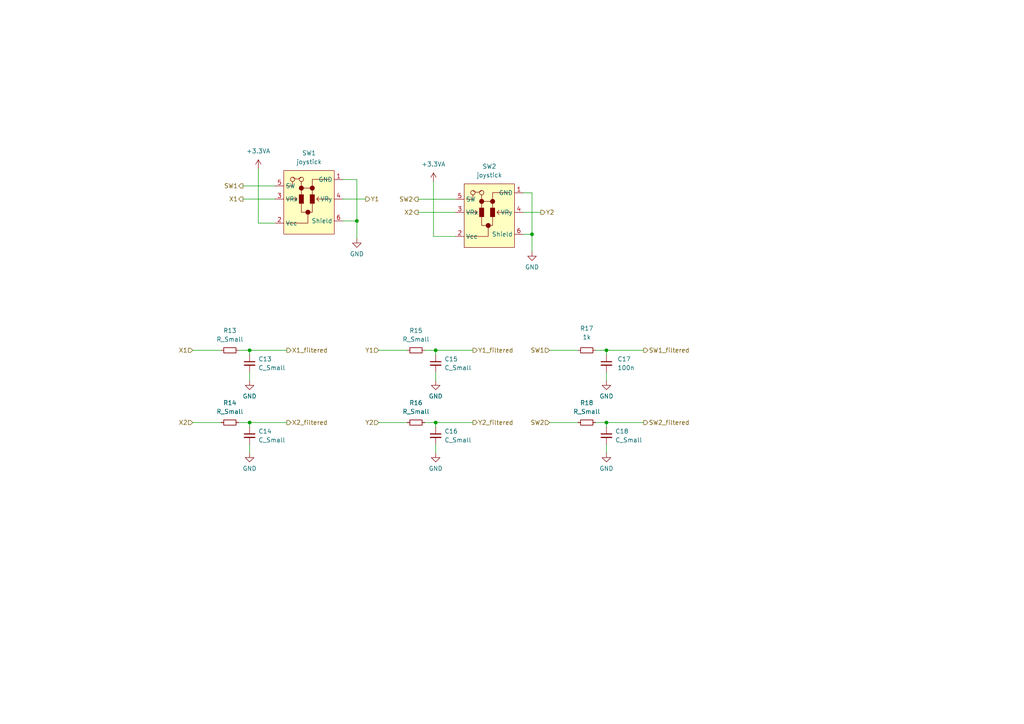
<source format=kicad_sch>
(kicad_sch (version 20211123) (generator eeschema)
  (paper "A4")
  (lib_symbols
    (symbol "Device:C_Small" (pin_numbers hide) (pin_names (offset 0.254) hide)
      (property "Reference" "C" (at 0.254 1.778 0))
      (property "Value" "C_Small" (at 0.254 -2.032 0))
      (symbol "C_Small_0_1"
        (polyline (pts (xy -1.524 -0.508) (xy 1.524 -0.508)) (stroke (width 0.3302)))
        (polyline (pts (xy -1.524 0.508) (xy 1.524 0.508)) (stroke (width 0.3048)))
      )
      (symbol "C_Small_1_1"
        (pin passive line (at 0 2.54 270) (length 2.032) (name "~") (number "1"))
        (pin passive line (at 0 -2.54 90) (length 2.032) (name "~") (number "2"))
      )
    )
    (symbol "Device:R_Small" (pin_numbers hide) (pin_names (offset 0.254) hide)
      (property "Reference" "R" (at 0.762 0.508 0))
      (property "Value" "R_Small" (at 0.762 -1.016 0))
      (symbol "R_Small_0_1"
        (rectangle (start -0.762 1.778) (end 0.762 -1.778) (stroke (width 0.2032)))
      )
      (symbol "R_Small_1_1"
        (pin passive line (at 0 2.54 270) (length 0.762) (name "~") (number "1"))
        (pin passive line (at 0 -2.54 90) (length 0.762) (name "~") (number "2"))
      )
    )
    (symbol "IVE:joystick"
      (property "Reference" "SW" (at 1.27 5.08 0))
      (property "Value" "joystick" (at 3.81 2.54 0))
      (symbol "joystick_0_1"
        (polyline (pts (xy 3.81 -8.255) (xy 3.175 -8.89)))
        (polyline (pts (xy 5.08 -5.08) (xy 8.255 -5.08)))
        (polyline (pts (xy 5.08 -3.175) (xy 5.08 -6.985)))
        (polyline (pts (xy 9.525 -8.255) (xy 13.335 -8.255)))
        (polyline (pts (xy 0.635 -15.24) (xy 6.985 -15.24) (xy 6.985 -12.065)))
        (polyline (pts (xy 0.635 -8.255) (xy 3.81 -8.255) (xy 3.175 -7.62)))
        (polyline (pts (xy 2.54 -3.175) (xy 2.54 -4.445) (xy 0.635 -4.445)))
        (polyline (pts (xy 8.255 -6.985) (xy 8.255 -2.54) (xy 13.335 -2.54)))
        (polyline (pts (xy 10.16 -7.62) (xy 9.525 -8.255) (xy 10.16 -8.89)))
        (polyline (pts (xy 8.255 -9.525) (xy 8.255 -12.065) (xy 5.08 -12.065) (xy 5.08 -9.525)))
        (rectangle (start 0 0) (end 14.605 -18.415) (fill (type background)))
        (circle (center 2.54 -2.54) (radius 0.635))
        (arc (start 2.54 -1.905) (mid 3.81 -4.9748) (end 5.08 -1.905))
        (rectangle (start 4.445 -6.985) (end 5.715 -9.525) (fill (type outline)))
        (circle (center 5.08 -5.08) (radius 0.635) (fill (type outline)))
        (circle (center 5.08 -2.54) (radius 0.635))
        (circle (center 6.985 -12.065) (radius 0.635) (fill (type outline)))
        (rectangle (start 7.62 -6.985) (end 8.89 -9.525) (fill (type outline)))
        (circle (center 8.255 -5.08) (radius 0.635) (fill (type outline)))
      )
      (symbol "joystick_1_1"
        (pin input line (at 17.1704 -2.5908 180) (length 2.54) (name "GND") (number "1"))
        (pin input line (at -2.54 -15.24 0) (length 2.54) (name "Vcc") (number "2"))
        (pin output line (at -2.54 -8.255 0) (length 2.54) (name "VRx") (number "3"))
        (pin output line (at 17.145 -8.255 180) (length 2.54) (name "VRy") (number "4"))
        (pin output line (at -2.54 -4.445 0) (length 2.54) (name "SW") (number "5"))
        (pin passive line (at 17.145 -14.605 180) (length 2.54) (name "Shield") (number "6"))
      )
    )
    (symbol "power:+3.3VA" (power) (pin_names (offset 0))
      (property "Value" "+3.3VA" (at 0 3.556 0))
      (symbol "+3.3VA_0_1"
        (polyline (pts (xy -0.762 1.27) (xy 0 2.54)))
        (polyline (pts (xy 0 0) (xy 0 2.54)))
        (polyline (pts (xy 0 2.54) (xy 0.762 1.27)))
      )
      (symbol "+3.3VA_1_1"
        (pin power_in line (at 0 0 90) (length 0) hide (name "+3.3VA") (number "1"))
      )
    )
    (symbol "power:GND" (power) (pin_names (offset 0))
      (property "Value" "GND" (at 0 -3.81 0))
      (symbol "GND_0_1"
        (polyline (pts (xy 0 0) (xy 0 -1.27) (xy 1.27 -1.27) (xy 0 -2.54) (xy -1.27 -1.27) (xy 0 -1.27)))
      )
      (symbol "GND_1_1"
        (pin power_in line (at 0 0 270) (length 0) hide (name "GND") (number "1"))
      )
    )
  )
  (junction (at 154.305 67.945))
  (junction (at 126.365 101.6))
  (junction (at 72.39 101.6))
  (junction (at 126.365 122.555))
  (junction (at 103.505 64.0842))
  (junction (at 175.895 122.555))
  (junction (at 72.39 122.555))
  (junction (at 175.895 101.6))
  (wire (pts (xy 72.39 128.905) (xy 72.39 131.445)))
  (wire (pts (xy 72.39 101.6) (xy 83.185 101.6)))
  (wire (pts (xy 159.385 101.6) (xy 167.64 101.6)))
  (wire (pts (xy 55.88 122.555) (xy 64.135 122.555)))
  (wire (pts (xy 126.365 122.555) (xy 126.365 123.825)))
  (wire (pts (xy 70.485 57.7342) (xy 79.7814 57.7342)))
  (wire (pts (xy 151.765 61.595) (xy 156.845 61.595)))
  (wire (pts (xy 126.365 128.905) (xy 126.365 131.445)))
  (wire (pts (xy 121.285 61.595) (xy 132.08 61.595)))
  (wire (pts (xy 123.19 101.6) (xy 126.365 101.6)))
  (wire (pts (xy 175.895 128.905) (xy 175.895 131.445)))
  (wire (pts (xy 154.305 67.945) (xy 154.305 73.025)))
  (wire (pts (xy 74.93 48.895) (xy 74.93 64.7192)))
  (wire (pts (xy 126.365 101.6) (xy 137.16 101.6)))
  (wire (pts (xy 175.895 122.555) (xy 175.895 123.825)))
  (wire (pts (xy 55.88 101.6) (xy 64.135 101.6)))
  (wire (pts (xy 175.895 122.555) (xy 186.69 122.555)))
  (wire (pts (xy 125.73 52.705) (xy 125.73 68.58)))
  (wire (pts (xy 151.765 67.945) (xy 154.305 67.945)))
  (wire (pts (xy 72.39 107.95) (xy 72.39 110.49)))
  (wire (pts (xy 126.365 101.6) (xy 126.365 102.87)))
  (wire (pts (xy 72.39 101.6) (xy 72.39 102.87)))
  (wire (pts (xy 172.72 122.555) (xy 175.895 122.555)))
  (wire (pts (xy 74.93 64.7192) (xy 79.7814 64.7192)))
  (wire (pts (xy 126.365 122.555) (xy 137.16 122.555)))
  (wire (pts (xy 72.39 122.555) (xy 72.39 123.825)))
  (wire (pts (xy 151.7904 55.9308) (xy 154.305 55.9308)))
  (wire (pts (xy 109.855 101.6) (xy 118.11 101.6)))
  (wire (pts (xy 125.73 68.58) (xy 132.08 68.58)))
  (wire (pts (xy 109.855 122.555) (xy 118.11 122.555)))
  (wire (pts (xy 126.365 107.95) (xy 126.365 110.49)))
  (wire (pts (xy 99.4664 64.0842) (xy 103.505 64.0842)))
  (wire (pts (xy 103.505 52.07) (xy 103.505 64.0842)))
  (wire (pts (xy 70.485 53.9242) (xy 79.7814 53.9242)))
  (wire (pts (xy 175.895 101.6) (xy 175.895 102.87)))
  (wire (pts (xy 172.72 101.6) (xy 175.895 101.6)))
  (wire (pts (xy 175.895 107.95) (xy 175.895 110.49)))
  (wire (pts (xy 175.895 101.6) (xy 186.69 101.6)))
  (wire (pts (xy 69.215 122.555) (xy 72.39 122.555)))
  (wire (pts (xy 121.285 57.785) (xy 132.08 57.785)))
  (wire (pts (xy 99.4664 57.7342) (xy 106.045 57.7342)))
  (wire (pts (xy 99.4918 52.07) (xy 103.505 52.07)))
  (wire (pts (xy 72.39 122.555) (xy 83.185 122.555)))
  (wire (pts (xy 154.305 55.9308) (xy 154.305 67.945)))
  (wire (pts (xy 103.505 64.0842) (xy 103.505 69.215)))
  (wire (pts (xy 123.19 122.555) (xy 126.365 122.555)))
  (wire (pts (xy 69.215 101.6) (xy 72.39 101.6)))
  (wire (pts (xy 159.385 122.555) (xy 167.64 122.555)))
  (hierarchical_label "SW2" (shape output) (at 121.285 57.785 180))
  (hierarchical_label "Y2_filtered" (shape output) (at 137.16 122.555 0))
  (hierarchical_label "X1" (shape input) (at 55.88 101.6 180))
  (hierarchical_label "X2" (shape input) (at 55.88 122.555 180))
  (hierarchical_label "SW1" (shape output) (at 70.485 53.9242 180))
  (hierarchical_label "Y1" (shape input) (at 109.855 101.6 180))
  (hierarchical_label "SW2_filtered" (shape output) (at 186.69 122.555 0))
  (hierarchical_label "X2" (shape output) (at 121.285 61.595 180))
  (hierarchical_label "Y1" (shape output) (at 106.045 57.7342 0))
  (hierarchical_label "Y2" (shape input) (at 109.855 122.555 180))
  (hierarchical_label "X1" (shape output) (at 70.485 57.7342 180))
  (hierarchical_label "SW1_filtered" (shape output) (at 186.69 101.6 0))
  (hierarchical_label "X2_filtered" (shape output) (at 83.185 122.555 0))
  (hierarchical_label "Y1_filtered" (shape output) (at 137.16 101.6 0))
  (hierarchical_label "SW2" (shape input) (at 159.385 122.555 180))
  (hierarchical_label "Y2" (shape output) (at 156.845 61.595 0))
  (hierarchical_label "X1_filtered" (shape output) (at 83.185 101.6 0))
  (hierarchical_label "SW1" (shape input) (at 159.385 101.6 180))
  (symbol (lib_id "Device:R_Small") (at 66.675 101.6 90) (unit 1)
    (property "Reference" "R13" (at 66.675 95.885 90))
    (property "Value" "R_Small" (at 66.675 98.425 90))
    (property "Footprint" "Resistor_SMD:R_0603_1608Metric" (effects hide))
  )
  (symbol (lib_id "Device:R_Small") (at 170.18 122.555 90) (unit 1)
    (property "Reference" "R18" (at 170.18 116.84 90))
    (property "Value" "R_Small" (at 170.18 119.38 90))
    (property "Footprint" "Resistor_SMD:R_0603_1608Metric" (effects hide))
  )
  (symbol (lib_id "Device:R_Small") (at 170.18 101.6 90) (unit 1)
    (property "Reference" "R17" (at 170.18 95.25 90))
    (property "Value" "1k" (at 170.18 97.79 90))
    (property "Footprint" "Resistor_SMD:R_0603_1608Metric" (effects hide))
  )
  (symbol (lib_id "power:+3.3VA") (at 125.73 52.705 0) (unit 1)
    (property "Reference" "#PWR0149" (effects hide))
    (property "Value" "+3.3VA" (at 125.73 47.625 0))
  )
  (symbol (lib_id "Device:C_Small") (at 126.365 105.41 0) (unit 1)
    (property "Reference" "C15" (at 128.905 104.1462 0) (effects (justify left)))
    (property "Value" "C_Small" (at 128.905 106.6862 0) (effects (justify left)))
    (property "Footprint" "Capacitor_SMD:C_0603_1608Metric" (effects hide))
  )
  (symbol (lib_id "Device:C_Small") (at 175.895 105.41 0) (unit 1)
    (property "Reference" "C17" (at 179.07 104.1462 0) (effects (justify left)))
    (property "Value" "100n" (at 179.07 106.6862 0) (effects (justify left)))
    (property "Footprint" "Capacitor_SMD:C_0603_1608Metric" (effects hide))
  )
  (symbol (lib_id "IVE:joystick") (at 134.62 53.34 0) (unit 1)
    (property "Reference" "SW2" (at 141.9352 48.26 0))
    (property "Value" "joystick" (at 141.9352 50.8 0))
    (property "Footprint" "IVE:joystick2" (effects hide))
  )
  (symbol (lib_id "power:GND") (at 126.365 131.445 0) (unit 1)
    (property "Reference" "#PWR0157" (effects hide))
    (property "Value" "GND" (at 126.365 135.89 0))
  )
  (symbol (lib_id "Device:R_Small") (at 66.675 122.555 90) (unit 1)
    (property "Reference" "R14" (at 66.675 116.84 90))
    (property "Value" "R_Small" (at 66.675 119.38 90))
    (property "Footprint" "Resistor_SMD:R_0603_1608Metric" (effects hide))
  )
  (symbol (lib_id "Device:C_Small") (at 175.895 126.365 0) (unit 1)
    (property "Reference" "C18" (at 178.435 125.1012 0) (effects (justify left)))
    (property "Value" "C_Small" (at 178.435 127.6412 0) (effects (justify left)))
    (property "Footprint" "Capacitor_SMD:C_0603_1608Metric" (effects hide))
  )
  (symbol (lib_id "power:+3.3VA") (at 74.93 48.895 0) (unit 1)
    (property "Reference" "#PWR0150" (effects hide))
    (property "Value" "+3.3VA" (at 74.93 43.815 0))
  )
  (symbol (lib_id "IVE:joystick") (at 82.3214 49.4792 0) (unit 1)
    (property "Reference" "SW1" (at 89.6366 44.3992 0))
    (property "Value" "joystick" (at 89.6366 46.9392 0))
    (property "Footprint" "IVE:joystick2" (effects hide))
  )
  (symbol (lib_id "power:GND") (at 72.39 131.445 0) (unit 1)
    (property "Reference" "#PWR0152" (effects hide))
    (property "Value" "GND" (at 72.39 135.89 0))
  )
  (symbol (lib_id "power:GND") (at 154.305 73.025 0) (unit 1)
    (property "Reference" "#PWR0153" (effects hide))
    (property "Value" "GND" (at 154.305 77.47 0))
  )
  (symbol (lib_id "power:GND") (at 175.895 110.49 0) (unit 1)
    (property "Reference" "#PWR0156" (effects hide))
    (property "Value" "GND" (at 175.895 114.935 0))
  )
  (symbol (lib_id "power:GND") (at 103.505 69.215 0) (unit 1)
    (property "Reference" "#PWR0148" (effects hide))
    (property "Value" "GND" (at 103.505 73.66 0))
  )
  (symbol (lib_id "Device:C_Small") (at 72.39 105.41 0) (unit 1)
    (property "Reference" "C13" (at 74.93 104.1462 0) (effects (justify left)))
    (property "Value" "C_Small" (at 74.93 106.6862 0) (effects (justify left)))
    (property "Footprint" "Capacitor_SMD:C_0603_1608Metric" (effects hide))
  )
  (symbol (lib_id "Device:R_Small") (at 120.65 122.555 90) (unit 1)
    (property "Reference" "R16" (at 120.65 116.84 90))
    (property "Value" "R_Small" (at 120.65 119.38 90))
    (property "Footprint" "Resistor_SMD:R_0603_1608Metric" (effects hide))
  )
  (symbol (lib_id "power:GND") (at 175.895 131.445 0) (unit 1)
    (property "Reference" "#PWR0155" (effects hide))
    (property "Value" "GND" (at 175.895 135.89 0))
  )
  (symbol (lib_id "Device:R_Small") (at 120.65 101.6 90) (unit 1)
    (property "Reference" "R15" (at 120.65 95.885 90))
    (property "Value" "R_Small" (at 120.65 98.425 90))
    (property "Footprint" "Resistor_SMD:R_0603_1608Metric" (effects hide))
  )
  (symbol (lib_id "Device:C_Small") (at 126.365 126.365 0) (unit 1)
    (property "Reference" "C16" (at 128.905 125.1012 0) (effects (justify left)))
    (property "Value" "C_Small" (at 128.905 127.6412 0) (effects (justify left)))
    (property "Footprint" "Capacitor_SMD:C_0603_1608Metric" (effects hide))
  )
  (symbol (lib_id "power:GND") (at 72.39 110.49 0) (unit 1)
    (property "Reference" "#PWR0151" (effects hide))
    (property "Value" "GND" (at 72.39 114.935 0))
  )
  (symbol (lib_id "Device:C_Small") (at 72.39 126.365 0) (unit 1)
    (property "Reference" "C14" (at 74.93 125.1012 0) (effects (justify left)))
    (property "Value" "C_Small" (at 74.93 127.6412 0) (effects (justify left)))
    (property "Footprint" "Capacitor_SMD:C_0603_1608Metric" (effects hide))
  )
  (symbol (lib_id "power:GND") (at 126.365 110.49 0) (unit 1)
    (property "Reference" "#PWR0154" (effects hide))
    (property "Value" "GND" (at 126.365 114.935 0))
  )
)
</source>
